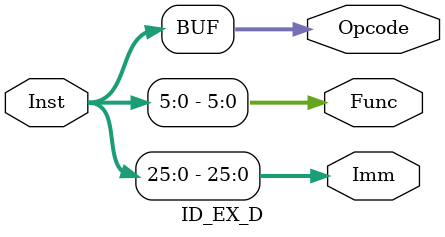
<source format=v>
`timescale 1ns / 1ps


module ID_EX_D(Inst,Imm,Func,Opcode);
    input[31:0]Inst;
    output[25:0]Imm;
    output[5:0]Func;
    output[31:0]Opcode;
    assign Imm = Inst[25:0];
    assign Func = Inst[5:0];
    assign Opcode = Inst[31:0];
endmodule

</source>
